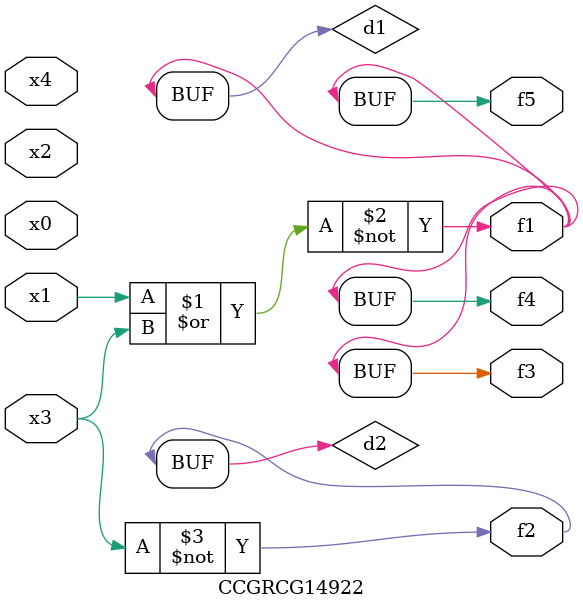
<source format=v>
module CCGRCG14922(
	input x0, x1, x2, x3, x4,
	output f1, f2, f3, f4, f5
);

	wire d1, d2;

	nor (d1, x1, x3);
	not (d2, x3);
	assign f1 = d1;
	assign f2 = d2;
	assign f3 = d1;
	assign f4 = d1;
	assign f5 = d1;
endmodule

</source>
